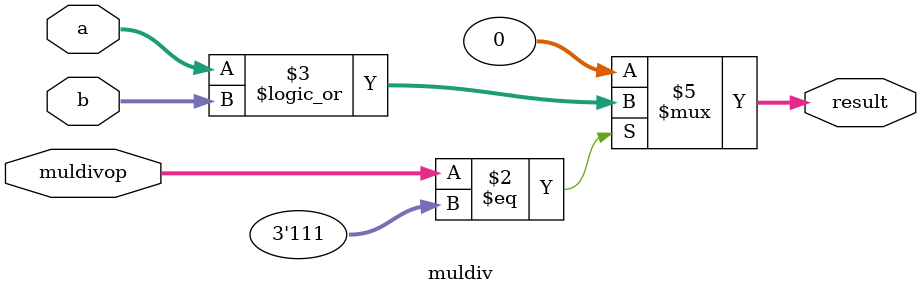
<source format=sv>
module muldiv
(
    input logic [2:0] muldivop,
    input logic [31:0] a,
    input logic [31:0] b,
    output logic [31:0] result
);

always_comb
begin
    if(muldivop == 3'b111)
        result = a || b;
    else
        result = 0;
end

endmodule : muldiv
</source>
